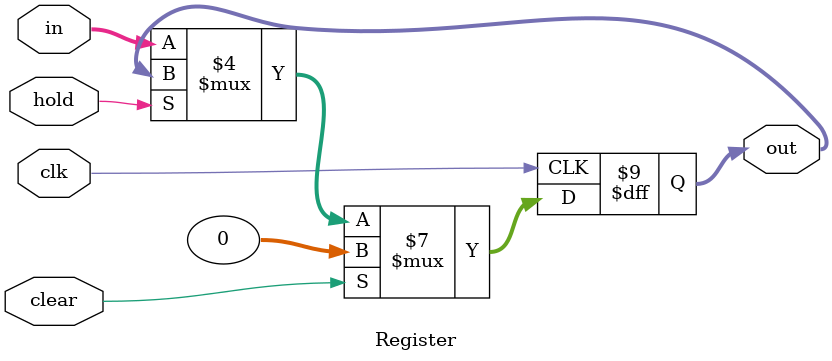
<source format=sv>
`timescale 1ns / 1ps

module Register(
    input clk,
    input [31:0] in,
    input clear,
    input hold,
    output logic [31:0] out = 0
    );

    always_ff @(posedge clk) begin
        
        if(clear) out <= 0;
        else if(hold) out <= out;
        else out <= in;

    end
    
endmodule
</source>
